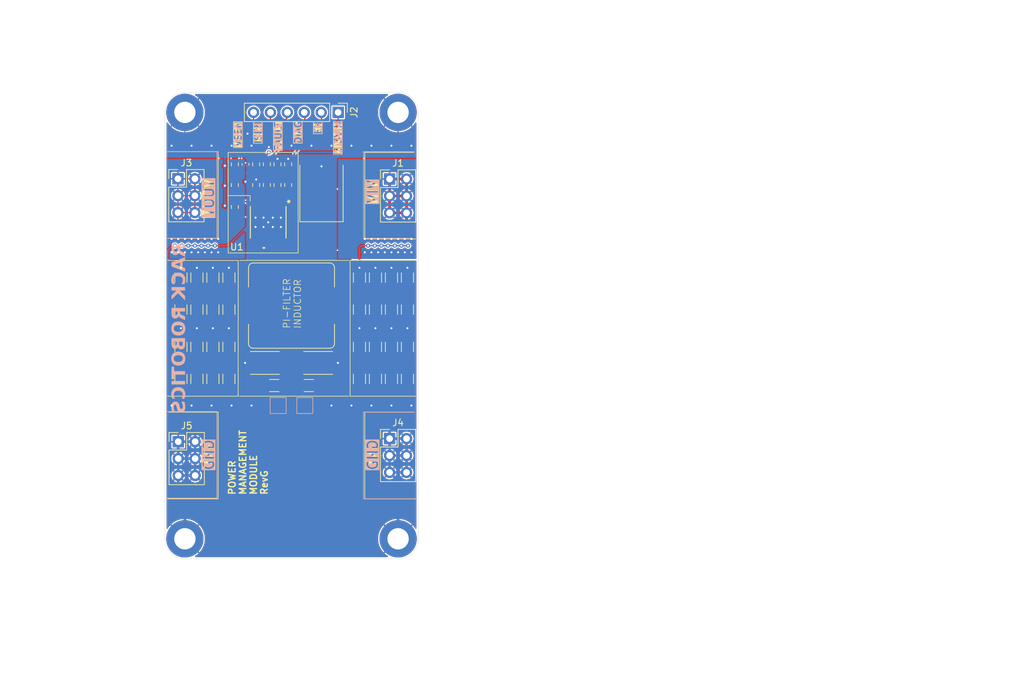
<source format=kicad_pcb>
(kicad_pcb (version 20241229) (generator "pcbnew") (generator_version "9.0")
  (title_block (title "Power Management Module") (date "2025-05-21") (rev "G") (company "Rack Robotics, Inc."))
  (layers (0 "F.Cu" signal) (4 "In1.Cu" power) (6 "In2.Cu" power) (2 "B.Cu" signal) (13 "F.Paste" user) (15 "B.Paste" user) (5 "F.SilkS" user "F.Silkscreen") (7 "B.SilkS" user "B.Silkscreen") (1 "F.Mask" user) (3 "B.Mask" user) (25 "Edge.Cuts" user))
  (net 0 "")
  (net 1 "/FILTER_IN")
  (net 2 "GND")
  (net 3 "+48V")
  (net 4 "Net-(C10-Pad2)")
  (net 5 "+48VIN")
  (net 6 "Net-(U1-EN)")
  (net 7 "Net-(U1-ILIM)")
  (net 8 "Net-(C27-Pad2)")
  (net 9 "Net-(U1-DIAG_EN)")
  (net 10 "Net-(U1-*FAULT)")
  (net 11 "Net-(U1-SNS)")
  (net 14 "+3.3V")
  (net 15 "VSense")
  (net 16 "Net-(J2-Pin_5)")
  (net 17 "Net-(J2-Pin_3)")
  (net 18 "Net-(J2-Pin_2)")
  (net 19 "Net-(J2-Pin_4)")
  (footprint "Fiducial:Fiducial_1mm_Mask2mm" (layer "F.Cu") (at 67 40)
    (property "Reference" "REF**" (hide yes))
    (property "Value" "Fiducial_1mm_Mask2mm")
  )
  (footprint "Capacitor_SMD:C_1206_3216Metric" (layer "F.Cu") (at 44.200001 69.600001 -90)
    (property "Reference" "C28" (hide yes))
    (property "Value" "10 uF")
  )
  (footprint "Capacitor_SMD:C_1206_3216Metric" (layer "F.Cu") (at 73.400001 75.200001 90)
    (property "Reference" "C6" (hide yes))
    (property "Value" "10 uF")
  )
  (footprint "Capacitor_SMD:C_1206_3216Metric" (layer "F.Cu") (at 46.600001 64.800001 90)
    (property "Reference" "C19" (hide yes))
    (property "Value" "10 uF")
  )
  (footprint "MountingHole:MountingHole_3.2mm_M3_DIN965_Pad_TopBottom" (layer "F.Cu") (at 72.000001 40.000001)
    (property "Reference" "H2" (hide yes))
    (property "Value" "M3_DIN")
  )
  (footprint "Capacitor_SMD:C_1206_3216Metric" (layer "F.Cu") (at 71.000001 75.200001 90)
    (property "Reference" "C7" (hide yes))
    (property "Value" "10 uF")
  )
  (footprint "Capacitor_SMD:C_1206_3216Metric" (layer "F.Cu") (at 39.400001 69.600001 -90)
    (property "Reference" "C25" (hide yes))
    (property "Value" "10 uF")
  )
  (footprint "Capacitor_SMD:C_1206_3216Metric" (layer "F.Cu") (at 53.400001 81.000001)
    (property "Reference" "C27" (hide yes))
    (property "Value" "10 uF")
  )
  (footprint "powercore-development:TPS1HTC30-Q1" (layer "F.Cu") (at 52.500001 56.500001 -90)
    (property "Reference" "U1")
    (property "Value" "TPS1HTC30AQPWPRQ1")
  )
  (footprint "Connector_PinHeader_2.54mm:PinHeader_2x03_P2.54mm_Vertical" (layer "F.Cu") (at 39 89.42)
    (property "Reference" "J5")
    (property "Value" "Conn_02x03_Odd_Even")
  )
  (footprint "Capacitor_SMD:C_1206_3216Metric" (layer "F.Cu") (at 68.600001 64.800001 90)
    (property "Reference" "C12" (hide yes))
    (property "Value" "10 uF")
  )
  (footprint "Resistor_SMD:R_0603_1608Metric" (layer "F.Cu") (at 47.5 47.8 -90)
    (property "Reference" "R11" (hide yes))
    (property "Value" "172K")
  )
  (footprint "Capacitor_SMD:C_1206_3216Metric" (layer "F.Cu") (at 41.800001 64.800001 90)
    (property "Reference" "C21" (hide yes))
    (property "Value" "10 uF")
  )
  (footprint "powercore-development:SRP1245A" (layer "F.Cu") (at 56.000001 69 180)
    (property "Reference" "L1" (hide yes))
    (property "Value" "18uH")
  )
  (footprint "Resistor_SMD:R_0603_1608Metric" (layer "F.Cu") (at 47.5 54.2 -90)
    (property "Reference" "R9" (hide yes))
    (property "Value" "0R")
  )
  (footprint "Resistor_SMD:R_0603_1608Metric" (layer "F.Cu") (at 52.3 47.8 -90)
    (property "Reference" "R1" (hide yes))
    (property "Value" "100K")
  )
  (footprint "Capacitor_SMD:C_1206_3216Metric" (layer "F.Cu") (at 44.200001 80.000001 -90)
    (property "Reference" "C30" (hide yes))
    (property "Value" "10 uF")
  )
  (footprint "Fiducial:Fiducial_1mm_Mask2mm" (layer "F.Cu") (at 45 40)
    (property "Reference" "REF**" (hide yes))
    (property "Value" "Fiducial_1mm_Mask2mm")
  )
  (footprint "Capacitor_SMD:C_1206_3216Metric" (layer "F.Cu") (at 71.000001 64.800001 90)
    (property "Reference" "C13" (hide yes))
    (property "Value" "10 uF")
  )
  (footprint "Capacitor_SMD:C_1206_3216Metric" (layer "F.Cu") (at 73.400001 64.800001 90)
    (property "Reference" "C14" (hide yes))
    (property "Value" "10 uF")
  )
  (footprint "Capacitor_SMD:C_1206_3216Metric" (layer "F.Cu") (at 68.600001 80.000001 -90)
    (property "Reference" "C3" (hide yes))
    (property "Value" "10 uF")
  )
  (footprint "Capacitor_SMD:C_1206_3216Metric" (layer "F.Cu") (at 66.200001 75.200001 90)
    (property "Reference" "C9" (hide yes))
    (property "Value" "10 uF")
  )
  (footprint "Capacitor_SMD:C_1206_3216Metric" (layer "F.Cu") (at 73.400001 69.600001 -90)
    (property "Reference" "C15" (hide yes))
    (property "Value" "10 uF")
  )
  (footprint "Capacitor_SMD:C_1206_3216Metric" (layer "F.Cu") (at 46.600001 75.200001 90)
    (property "Reference" "C26" (hide yes))
    (property "Value" "10 uF")
  )
  (footprint "Connector_PinHeader_2.54mm:PinHeader_2x03_P2.54mm_Vertical" (layer "F.Cu") (at 70.725 50)
    (property "Reference" "J1")
    (property "Value" "Conn_02x03_Odd_Even")
  )
  (footprint "Capacitor_SMD:C_1206_3216Metric" (layer "F.Cu") (at 58.600001 81.000001 180)
    (property "Reference" "C10" (hide yes))
    (property "Value" "10 uF")
  )
  (footprint "Capacitor_SMD:C_1206_3216Metric" (layer "F.Cu") (at 66.200001 69.600001 -90)
    (property "Reference" "C18" (hide yes))
    (property "Value" "10 uF")
  )
  (footprint "Connector_PinHeader_2.54mm:PinHeader_2x03_P2.54mm_Vertical" (layer "F.Cu") (at 38.96 49.96)
    (property "Reference" "J3")
    (property "Value" "Conn_02x03_Odd_Even")
  )
  (footprint "Resistor_SMD:R_0603_1608Metric" (layer "F.Cu") (at 53.9 47.8 90)
    (property "Reference" "R7" (hide yes))
    (property "Value" "100K")
  )
  (footprint "Resistor_SMD:R_2512_6332Metric" (layer "F.Cu") (at 60.000001 77.600001)
    (property "Reference" "R10" (hide yes))
    (property "Value" "1R")
  )
  (footprint "Resistor_SMD:R_0603_1608Metric" (layer "F.Cu") (at 47.5 50.9 -90)
    (property "Reference" "R12" (hide yes))
    (property "Value" "10K")
  )
  (footprint "Resistor_SMD:R_2512_6332Metric" (layer "F.Cu") (at 52 77.6 180)
    (property "Reference" "R13" (hide yes))
    (property "Value" "1R")
  )
  (footprint "Capacitor_SMD:C_1206_3216Metric" (layer "F.Cu") (at 39.400001 64.800001 90)
    (property "Reference" "C22" (hide yes))
    (property "Value" "10 uF")
  )
  (footprint "Resistor_SMD:R_0603_1608Metric" (layer "F.Cu") (at 52.300001 50.900001 -90)
    (property "Reference" "R4" (hide yes))
    (property "Value" "2.2K")
  )
  (footprint "Capacitor_SMD:C_1206_3216Metric" (layer "F.Cu") (at 46.600001 69.600001 -90)
    (property "Reference" "C23" (hide yes))
    (property "Value" "10 uF")
  )
  (footprint "Capacitor_SMD:C_1206_3216Metric" (layer "F.Cu") (at 66.200001 80.000001 -90)
    (property "Reference" "C2" (hide yes))
    (property "Value" "10 uF")
  )
  (footprint "Capacitor_SMD:C_1206_3216Metric" (layer "F.Cu") (at 71.000001 69.600001 -90)
    (property "Reference" "C16" (hide yes))
    (property "Value" "10 uF")
  )
  (footprint "Capacitor_SMD:C_0603_1608Metric" (layer "F.Cu") (at 49.1 47.8 -90)
    (property "Reference" "C1" (hide yes))
    (property "Value" "1 uF")
  )
  (footprint "Fiducial:Fiducial_1mm_Mask2mm" (layer "F.Cu") (at 67 104)
    (property "Reference" "REF**" (hide yes))
    (property "Value" "Fiducial_1mm_Mask2mm")
  )
  (footprint "Capacitor_SMD:C_1206_3216Metric" (layer "F.Cu") (at 41.800001 75.200001 90)
    (property "Reference" "C34" (hide yes))
    (property "Value" "10 uF")
  )
  (footprint "Capacitor_SMD:C_1206_3216Metric" (layer "F.Cu") (at 68.600001 75.200001 90)
    (property "Reference" "C8" (hide yes))
    (property "Value" "10 uF")
  )
  (footprint "MountingHole:MountingHole_3.2mm_M3_DIN965_Pad_TopBottom" (layer "F.Cu") (at 40.000001 40.000001)
    (property "Reference" "H4" (hide yes))
    (property "Value" "M3_DIN")
  )
  (footprint "MountingHole:MountingHole_3.2mm_M3_DIN965_Pad_TopBottom" (layer "F.Cu") (at 40.000001 104.000001)
    (property "Reference" "H3" (hide yes))
    (property "Value" "M3_DIN")
  )
  (footprint "Capacitor_SMD:C_1206_3216Metric" (layer "F.Cu") (at 46.600001 80.000001 -90)
    (property "Reference" "C29" (hide yes))
    (property "Value" "10 uF")
  )
  (footprint "Capacitor_SMD:C_1206_3216Metric" (layer "F.Cu") (at 71.000001 80.000001 -90)
    (property "Reference" "C4" (hide yes))
    (property "Value" "10 uF")
  )
  (footprint "Resistor_SMD:R_0603_1608Metric" (layer "F.Cu") (at 53.900001 50.900001 -90)
    (property "Reference" "R3" (hide yes))
    (property "Value" "2.2K")
  )
  (footprint "Resistor_SMD:R_0603_1608Metric" (layer "F.Cu") (at 50.7 47.8 -90)
    (property "Reference" "R5" (hide yes))
    (property "Value" "2.2K")
  )
  (footprint "Capacitor_SMD:C_1206_3216Metric" (layer "F.Cu") (at 66.200001 64.800001 90)
    (property "Reference" "C11" (hide yes))
    (property "Value" "10 uF")
  )
  (footprint "Diode_SMD:D_SMC" (layer "F.Cu") (at 60.500001 51.500001 90)
    (property "Reference" "D1" (hide yes))
    (property "Value" "SMCJ60A-E3/57T")
  )
  (footprint "Resistor_SMD:R_0603_1608Metric" (layer "F.Cu") (at 55.5 47.8 90)
    (property "Reference" "R6" (hide yes))
    (property "Value" "100K")
  )
  (footprint "MountingHole:MountingHole_3.2mm_M3_DIN965_Pad_TopBottom" (layer "F.Cu") (at 72.000001 104.000001)
    (property "Reference" "H1" (hide yes))
    (property "Value" "M3_DIN")
  )
  (footprint "Capacitor_SMD:C_1206_3216Metric" (layer "F.Cu") (at 44.200001 64.800001 90)
    (property "Reference" "C20" (hide yes))
    (property "Value" "10 uF")
  )
  (footprint "Capacitor_SMD:C_1206_3216Metric" (layer "F.Cu") (at 68.600001 69.600001 -90)
    (property "Reference" "C17" (hide yes))
    (property "Value" "10 uF")
  )
  (footprint "Fiducial:Fiducial_1mm_Mask2mm" (layer "F.Cu") (at 45 104)
    (property "Reference" "REF**" (hide yes))
    (property "Value" "Fiducial_1mm_Mask2mm")
  )
  (footprint "Capacitor_SMD:C_1206_3216Metric" (layer "F.Cu") (at 39.400001 75.200001 90)
    (property "Reference" "C33" (hide yes))
    (property "Value" "10 uF")
  )
  (footprint "Capacitor_SMD:C_1206_3216Metric" (layer "F.Cu") (at 41.800001 80.000001 -90)
    (property "Reference" "C31" (hide yes))
    (property "Value" "10 uF")
  )
  (footprint "Resistor_SMD:R_0603_1608Metric" (layer "F.Cu") (at 50.7 50.9 90)
    (property "Reference" "R8" (hide yes))
    (property "Value" "249R")
  )
  (footprint "Capacitor_SMD:C_1206_3216Metric" (layer "F.Cu") (at 41.800001 69.600001 -90)
    (property "Reference" "C24" (hide yes))
    (property "Value" "10 uF")
  )
  (footprint "Capacitor_SMD:C_1206_3216Metric" (layer "F.Cu") (at 73.400001 80.000001 -90)
    (property "Reference" "C5" (hide yes))
    (property "Value" "10 uF")
  )
  (footprint "Connector_PinHeader_2.54mm:PinHeader_1x06_P2.54mm_Vertical" (layer "F.Cu") (at 63 40 -90)
    (property "Reference" "J2")
    (property "Value" "Conn_01x06_Pin")
  )
  (footprint "Capacitor_SMD:C_1206_3216Metric" (layer "F.Cu") (at 44.200001 75.200001 90)
    (property "Reference" "C35" (hide yes))
    (property "Value" "10 uF")
  )
  (footprint "Capacitor_SMD:C_1206_3216Metric" (layer "F.Cu") (at 39.400001 80.000001 -90)
    (property "Reference" "C32" (hide yes))
    (property "Value" "10 uF")
  )
  (footprint "Resistor_SMD:R_0603_1608Metric" (layer "F.Cu") (at 55.500001 50.900001 -90)
    (property "Reference" "R2" (hide yes))
    (property "Value" "2.2K")
  )
  (footprint "Connector_PinHeader_2.54mm:PinHeader_2x03_P2.54mm_Vertical" (layer "F.Cu") (at 70.725 88.96)
    (property "Reference" "J4")
    (property "Value" "Conn_02x03_Odd_Even")
  )
  (gr_line (start 48.000001 82.600001) (end 37.400001 82.600001) (stroke (width 0.1)) (layer "F.SilkS"))
  (gr_line (start 49.8 52.5) (end 49.8 53.3) (stroke (width 0.1)) (layer "F.SilkS"))
  (gr_rect (start 46.5 46) (end 57 61.1) (stroke (width 0.1)) (fill no) (layer "F.SilkS"))
  (gr_line (start 46.5 52.5) (end 49.8 52.5) (stroke (width 0.1)) (layer "F.SilkS"))
  (gr_line (start 37.6 45.9) (end 45 45.9) (stroke (width 0.1)) (layer "F.SilkS"))
  (gr_line (start 37.4 58.9) (end 45 58.9) (stroke (width 0.1)) (layer "F.SilkS"))
  (gr_line (start 74.4 46) (end 67 46) (stroke (width 0.1)) (layer "F.SilkS"))
  (gr_line (start 74.4 85) (end 67 85) (stroke (width 0.1)) (layer "F.SilkS"))
  (gr_line (start 74.600001 82.600001) (end 64.800001 82.600001) (stroke (width 0.1)) (layer "F.SilkS"))
  (gr_line (start 37.6 85) (end 45 85) (stroke (width 0.1)) (layer "F.SilkS"))
  (gr_line (start 37.400001 62.200001) (end 48.000001 62.200001) (stroke (width 0.1)) (layer "F.SilkS"))
  (gr_line (start 64.800001 82.600001) (end 64.800001 62.200001) (stroke (width 0.1)) (layer "F.SilkS"))
  (gr_line (start 37.4 98) (end 45 98) (stroke (width 0.1)) (layer "F.SilkS"))
  (gr_line (start 64.600001 82.600001) (end 48.200001 82.600001) (stroke (width 0.1)) (layer "F.SilkS"))
  (gr_line (start 67 59) (end 67 46) (stroke (width 0.1)) (layer "F.SilkS"))
  (gr_line (start 45 98) (end 45 85) (stroke (width 0.1)) (layer "F.SilkS"))
  (gr_line (start 48.200001 62.200001) (end 64.600001 62.200001) (stroke (width 0.1)) (layer "F.SilkS"))
  (gr_line (start 48.000001 62.200001) (end 48.000001 82.600001) (stroke (width 0.1)) (layer "F.SilkS"))
  (gr_line (start 64.800001 62.200001) (end 74.600001 62.200001) (stroke (width 0.1)) (layer "F.SilkS"))
  (gr_line (start 45 58.9) (end 45 45.9) (stroke (width 0.1)) (layer "F.SilkS"))
  (gr_line (start 67 98) (end 67 85) (stroke (width 0.1)) (layer "F.SilkS"))
  (gr_line (start 74.6 59) (end 67 59) (stroke (width 0.1)) (layer "F.SilkS"))
  (gr_line (start 74.6 98) (end 67 98) (stroke (width 0.1)) (layer "F.SilkS"))
  (gr_line (start 66.8 85) (end 66.8 98) (stroke (width 0.1)) (layer "B.SilkS"))
  (gr_rect (start 56.8 82.8) (end 59.2 85.2) (stroke (width 0.1)) (fill no) (layer "B.SilkS"))
  (gr_line (start 74.4 85) (end 66.8 85) (stroke (width 0.1)) (layer "B.SilkS"))
  (gr_line (start 37.4 58.9) (end 44.8 58.9) (stroke (width 0.1)) (layer "B.SilkS"))
  (gr_line (start 74.2 98) (end 66.8 98) (stroke (width 0.1)) (layer "B.SilkS"))
  (gr_line (start 74.4 45.9) (end 66.8 45.9) (stroke (width 0.1)) (layer "B.SilkS"))
  (gr_line (start 44.8 45.9) (end 44.8 58.9) (stroke (width 0.1)) (layer "B.SilkS"))
  (gr_rect (start 52.8 82.8) (end 55.2 85.2) (stroke (width 0.1)) (fill no) (layer "B.SilkS"))
  (gr_line (start 74.2 58.9) (end 66.8 58.9) (stroke (width 0.1)) (layer "B.SilkS"))
  (gr_line (start 37.4 97.9) (end 44.8 97.9) (stroke (width 0.1)) (layer "B.SilkS"))
  (gr_line (start 66.8 45.9) (end 66.8 58.9) (stroke (width 0.1)) (layer "B.SilkS"))
  (gr_line (start 44.8 84.9) (end 44.8 97.9) (stroke (width 0.1)) (layer "B.SilkS"))
  (gr_line (start 37.2 45.9) (end 44.8 45.9) (stroke (width 0.1)) (layer "B.SilkS"))
  (gr_line (start 37.2 84.9) (end 44.8 84.9) (stroke (width 0.1)) (layer "B.SilkS"))
  (gr_arc (start 72 37) (mid 74.12132 37.87868) (end 75 40) (stroke (width 0.05)) (layer "Edge.Cuts"))
  (gr_line (start 72 37) (end 40 37) (stroke (width 0.05)) (layer "Edge.Cuts"))
  (gr_arc (start 75 104) (mid 74.12132 106.12132) (end 72 107) (stroke (width 0.05)) (layer "Edge.Cuts"))
  (gr_arc (start 40 107) (mid 37.87868 106.12132) (end 37 104) (stroke (width 0.05)) (layer "Edge.Cuts"))
  (gr_arc (start 37 40) (mid 37.87868 37.87868) (end 40 37) (stroke (width 0.05)) (layer "Edge.Cuts"))
  (gr_line (start 37 104) (end 37 40) (stroke (width 0.05)) (layer "Edge.Cuts"))
  (gr_line (start 72 107) (end 40 107) (stroke (width 0.05)) (layer "Edge.Cuts"))
  (gr_line (start 75 40) (end 75 104) (stroke (width 0.05)) (layer "Edge.Cuts"))
  (gr_text "3.3VIN" (at 63 41.2 90) (layer "F.SilkS" knockout) (effects (font (size 1 1) (thickness 0.2) (bold yes)) (justify right)))
  (gr_text "VIN" (at 68.2 51.8 90) (layer "F.SilkS" knockout) (effects (font (size 1.5 1.5) (thickness 0.25) (bold yes))))
  (gr_text "POWER\nMANAGEMENT\nMODULE\nRevG" (at 46.5 97.5 90) (layer "F.SilkS") (effects (font (size 1 1) (thickness 0.2) (bold yes)) (justify left top)))
  (gr_text "DIAG" (at 57.000001 41.200001 90) (layer "F.SilkS" knockout) (effects (font (size 1 1) (thickness 0.2) (bold yes)) (justify right)))
  (gr_text "ISEN" (at 51.000001 41.200001 90) (layer "F.SilkS" knockout) (effects (font (size 1 1) (thickness 0.2) (bold yes)) (justify right)))
  (gr_text "PI-FILTER\nINDUCTOR" (at 57.5 72.5 90) (layer "F.SilkS") (effects (font (size 1 1) (thickness 0.1)) (justify left bottom)))
  (gr_text "VOUT" (at 43.6 52.9 90) (layer "F.SilkS" knockout) (effects (font (size 1.5 1.5) (thickness 0.25) (bold yes))))
  (gr_text "FAULT" (at 54.000001 43.6 90) (layer "F.SilkS" knockout) (effects (font (size 1 1) (thickness 0.2) (bold yes))))
  (gr_text "GND" (at 43.6 91.4 90) (layer "F.SilkS" knockout) (effects (font (size 1.5 1.5) (thickness 0.25) (bold yes))))
  (gr_text "GND" (at 68.2 91.4 90) (layer "F.SilkS" knockout) (effects (font (size 1.5 1.5) (thickness 0.25) (bold yes))))
  (gr_text "VSEN" (at 48.000001 41.200001 90) (layer "F.SilkS" knockout) (effects (font (size 1 1) (thickness 0.2) (bold yes)) (justify right)))
  (gr_text "EN" (at 60.000001 41.200001 90) (layer "F.SilkS" knockout) (effects (font (size 1 1) (thickness 0.2) (bold yes)) (justify right)))
  (gr_text "VOUT" (at 43.6 52.8 90) (layer "B.SilkS" knockout) (effects (font (size 1.5 1.5) (thickness 0.25) (bold yes)) (justify mirror)))
  (gr_text "VSEN" (at 48.000001 43.5 90) (layer "B.SilkS" knockout) (effects (font (size 1 1) (thickness 0.2) (bold yes)) (justify mirror)))
  (gr_text "VIN" (at 68.2 52 90) (layer "B.SilkS" knockout) (effects (font (size 1.5 1.5) (thickness 0.25) (bold yes)) (justify mirror)))
  (gr_text "ISEN" (at 51.000001 41.200001 90) (layer "B.SilkS" knockout) (effects (font (size 1 1) (thickness 0.2) (bold yes)) (justify left mirror)))
  (gr_text "FAULT" (at 54.000001 41.200001 90) (layer "B.SilkS" knockout) (effects (font (size 1 1) (thickness 0.2) (bold yes)) (justify left mirror)))
  (gr_text "GND" (at 68.2 91.4 90) (layer "B.SilkS" knockout) (effects (font (size 1.5 1.5) (thickness 0.25) (bold yes)) (justify mirror)))
  (gr_text "3.3VIN" (at 63 44 90) (layer "B.SilkS" knockout) (effects (font (size 1 1) (thickness 0.2) (bold yes)) (justify mirror)))
  (gr_text "EN" (at 60.000001 41.200001 90) (layer "B.SilkS" knockout) (effects (font (size 1 1) (thickness 0.2) (bold yes)) (justify left mirror)))
  (gr_text "RACK ROBOTICS" (at 39.2 72.4 90) (layer "B.SilkS") (effects (font (size 2 2) (thickness 0.4) (bold yes)) (justify mirror)))
  (gr_text "DIAG" (at 57.000001 41.200001 90) (layer "B.SilkS" knockout) (effects (font (size 1 1) (thickness 0.2) (bold yes)) (justify left mirror)))
  (gr_text "GND" (at 43.6 91.4 90) (layer "B.SilkS" knockout) (effects (font (size 1.5 1.5) (thickness 0.25) (bold yes)) (justify mirror)))
  (segment (start 63.4 73.875) (end 66.200001 76.675001) (width 0.8) (layer "F.Cu") (net 1))
  (segment (start 63.4 70) (end 63.4 73.875) (width 0.8) (layer "F.Cu") (net 1))
  (segment (start 73.400001 76.675001) (end 73.400001 78.525001) (width 0.4) (layer "F.Cu") (net 1))
  (segment (start 59.249999 68) (end 51.85 60.600001) (width 0.8) (layer "F.Cu") (net 1))
  (segment (start 61.25 68) (end 59.249999 68) (width 0.8) (layer "F.Cu") (net 1))
  (segment (start 60.075001 81.000001) (end 63.800001 81.000001) (width 0.4) (layer "F.Cu") (net 1))
  (segment (start 68.600001 66.275001) (end 68.600001 68.125001) (width 0.4) (layer "F.Cu") (net 1))
  (segment (start 61.55 68) (end 63.4 68) (width 0.8) (layer "F.Cu") (net 1))
  (segment (start 50.55 60.600001) (end 51.85 60.600001) (width 0.4) (layer "F.Cu") (net 1))
  (segment (start 51.85 59.370201) (end 51.85 60.600001) (width 0.4) (layer "F.Cu") (net 1))
  (segment (start 61.25 70) (end 59.4 70) (width 0.8) (layer "F.Cu") (net 1))
  (segment (start 71.000001 76.675001) (end 73.400001 76.675001) (width 0.4) (layer "F.Cu") (net 1))
  (segment (start 64.150001 80.575001) (end 64.150001 80.650001) (width 0.4) (layer "F.Cu") (net 1))
  (segment (start 68.600001 76.675001) (end 68.600001 78.525001) (width 0.4) (layer "F.Cu") (net 1))
  (segment (start 61.55 70) (end 63.4 70) (width 0.8) (layer "F.Cu") (net 1))
  (segment (start 63.800001 81.000001) (end 64.150001 80.650001) (width 0.4) (layer "F.Cu") (net 1))
  (segment (start 61.250001 69.000001) (end 59.400001 69.000001) (width 0.8) (layer "F.Cu") (net 1))
  (segment (start 66.200001 66.275001) (end 73.400001 66.275001) (width 0.4) (layer "F.Cu") (net 1))
  (segment (start 50.55 59.370201) (end 50.55 60.600001) (width 0.4) (layer "F.Cu") (net 1))
  (segment (start 66.200001 66.275001) (end 66.200001 68.125001) (width 0.4) (layer "F.Cu") (net 1))
  (segment (start 63.4 68) (end 63.525001 68.125001) (width 0.8) (layer "F.Cu") (net 1))
  (segment (start 66.200001 78.525001) (end 64.150001 80.575001) (width 0.4) (layer "F.Cu") (net 1))
  (segment (start 71.000001 76.675001) (end 71.000001 78.525001) (width 0.4) (layer "F.Cu") (net 1))
  (segment (start 51.200001 59.370201) (end 51.200001 60.600001) (width 0.4) (layer "F.Cu") (net 1))
  (segment (start 71.000001 66.275001) (end 71.000001 68.125001) (width 0.4) (layer "F.Cu") (net 1))
  (segment (start 64.150001 80.650001) (end 64.200001 80.600001) (width 0.4) (layer "F.Cu") (net 1))
  (segment (start 61.550001 69.000001) (end 63.400001 69.000001) (width 0.8) (layer "F.Cu") (net 1))
  (segment (start 66.200001 76.675001) (end 66.200001 78.525001) (width 0.4) (layer "F.Cu") (net 1))
  (segment (start 66.200001 76.675001) (end 68.600001 76.675001) (width 0.4) (layer "F.Cu") (net 1))
  (segment (start 63.525001 68.125001) (end 66.200001 68.125001) (width 0.8) (layer "F.Cu") (net 1))
  (segment (start 73.400001 66.275001) (end 73.400001 68.125001) (width 0.4) (layer "F.Cu") (net 1))
  (segment (start 68.600001 76.675001) (end 71.000001 76.675001) (width 0.4) (layer "F.Cu") (net 1))
  (segment (start 65 45) (end 62 45) (width 0.4) (layer "F.Cu") (net 2))
  (segment (start 47.5 55) (end 47.475 55.025) (width 0.16) (layer "F.Cu") (net 2))
  (segment (start 44.200001 81.437501) (end 44.199999 81.437499) (width 0.16) (layer "F.Cu") (net 2))
  (segment (start 71.000001 72.400001) (end 71.000001 71.075001) (width 0.4) (layer "F.Cu") (net 2))
  (segment (start 68 83.200002) (end 68 84) (width 0.4) (layer "F.Cu") (net 2))
  (segment (start 66.200001 82.799999) (end 65 84) (width 0.4) (layer "F.Cu") (net 2))
  (segment (start 41.800001 73.725001) (end 41.800001 72.400001) (width 0.4) (layer "F.Cu") (net 2))
  (segment (start 68.600001 73.725001) (end 68.600001 72.400001) (width 0.4) (layer "F.Cu") (net 2))
  (segment (start 46.600001 73.725001) (end 46.600001 72.400001) (width 0.4) (layer "F.Cu") (net 2))
  (segment (start 39.400001 72.400001) (end 39.400001 71.075001) (width 0.4) (layer "F.Cu") (net 2))
  (segment (start 50.6 55.8) (end 49.825 55.025) (width 0.16) (layer "F.Cu") (net 2))
  (segment (start 41.8 81.475) (end 41.8 83.2) (width 0.4) (layer "F.Cu") (net 2))
  (segment (start 66.200001 63.325001) (end 73.400001 63.325001) (width 0.16) (layer "F.Cu") (net 2))
  (segment (start 58.0775 48) (end 59.5225 48) (width 0.4) (layer "F.Cu") (net 2))
  (segment (start 66.200001 72.400001) (end 66.200001 71.075001) (width 0.4) (layer "F.Cu") (net 2))
  (segment (start 49.825 55.025) (end 47.5 55.025) (width 0.16) (layer "F.Cu") (net 2))
  (segment (start 68.600001 82.600001) (end 68.600001 81.475001) (width 0.4) (layer "F.Cu") (net 2))
  (segment (start 44.199999 81.437499) (end 44.199999 83.800001) (width 0.4) (layer "F.Cu") (net 2))
  (segment (start 68.600001 71.075001) (end 71.000001 71.075001) (width 0.4) (layer "F.Cu") (net 2))
  (segment (start 38 83.999999) (end 38 84) (width 0.4) (layer "F.Cu") (net 2))
  (segment (start 59 45) (end 59.5225 45) (width 0.16) (layer "F.Cu") (net 2))
  (segment (start 60.4 47.3225) (end 60.4 45.8775) (width 0.4) (layer "F.Cu") (net 2))
  (segment (start 47.475 55.025) (end 47.025 55.025) (width 0.16) (layer "F.Cu") (net 2))
  (segment (start 46.600001 72.400001) (end 46.600001 71.075001) (width 0.4) (layer "F.Cu") (net 2))
  (segment (start 44.200001 81.475001) (end 44.200001 81.437501) (width 0.16) (layer "F.Cu") (net 2))
  (segment (start 51.8 57.2) (end 50.6 57.2) (width 0.16) (layer "F.Cu") (net 2))
  (segment (start 71.000001 71.075001) (end 73.400001 71.075001) (width 0.4) (layer "F.Cu") (net 2))
  (segment (start 47.5 55.025) (end 47.5 55) (width 0.16) (layer "F.Cu") (net 2))
  (segment (start 54.4 55.8) (end 54.450002 55.749998) (width 0.16) (layer "F.Cu") (net 2))
  (segment (start 65 45) (end 74 45) (width 0.4) (layer "F.Cu") (net 2))
  (segment (start 44.200001 72.400001) (end 44.200001 71.075001) (width 0.4) (layer "F.Cu") (net 2))
  (segment (start 55.5 46) (end 55.5 46.975) (width 0.16) (layer "F.Cu") (net 2))
  (segment (start 44.200001 81.475001) (end 46.600001 81.475001) (width 0.4) (layer "F.Cu") (net 2))
  (segment (start 56 45) (end 56 45.5) (width 0.16) (layer "F.Cu") (net 2))
  (segment (start 65 46) (end 65 45) (width 0.4) (layer "F.Cu") (net 2))
  (segment (start 50.6 55.8) (end 51.8 55.8) (width 0.16) (layer "F.Cu") (net 2))
  (segment (start 46.6 81.475) (end 46.6 82.6) (width 0.4) (layer "F.Cu") (net 2))
  (segment (start 39.4 82.599999) (end 38 83.999999) (width 0.4) (layer "F.Cu") (net 2))
  (segment (start 49.1 50.4) (end 47.775 51.725) (width 0.16) (layer "F.Cu") (net 2))
  (segment (start 61.4775 48) (end 63 48) (width 0.4) (layer "F.Cu") (net 2))
  (segment (start 66.200001 81.475001) (end 66.200001 82.799999) (width 0.4) (layer "F.Cu") (net 2))
  (segment (start 73.400001 72.400001) (end 73.400001 71.075001) (width 0.4) (layer "F.Cu") (net 2))
  (segment (start 49.0375 77.6) (end 49.037501 77.600001) (width 0.16) (layer "F.Cu") (net 2))
  (segment (start 54.4 57.2) (end 53.2 57.2) (width 0.16) (layer "F.Cu") (net 2))
  (segment (start 71.000001 73.725001) (end 71.000001 72.400001) (width 0.4) (layer "F.Cu") (net 2))
  (segment (start 56 45.5) (end 55.5 46) (width 0.16) (layer "F.Cu") (net 2))
  (segment (start 71 44) (end 72.000001 42.999999) (width 0.16) (layer "F.Cu") (net 2))
  (segment (start 41.8 83.2) (end 41 84) (width 0.4) (layer "F.Cu") (net 2))
  (segment (start 73.400001 73.725001) (end 73.400001 72.400001) (width 0.4) (layer "F.Cu") (net 2))
  (segment (start 53.2 55.8) (end 54.4 55.8) (width 0.16) (layer "F.Cu") (net 2))
  (segment (start 66.200001 73.725001) (end 66.200001 72.400001) (width 0.4) (layer "F.Cu") (net 2))
  (segment (start 54.450002 55.749998) (end 54.450002 53.629801) (width 0.16) (layer "F.Cu") (net 2))
  (segment (start 73.400001 81.475001) (end 73.400001 83.400001) (width 0.4) (layer "F.Cu") (net 2))
  (segment (start 47 83) (end 47 84) (width 0.4) (layer "F.Cu") (net 2))
  (segment (start 39.400001 73.725001) (end 39.400001 72.400001) (width 0.4) (layer "F.Cu") (net 2))
  (segment (start 49.1 48.575) (end 49.1 50.4) (width 0.16) (layer "F.Cu") (net 2))
  (segment (start 47.5 51.725) (end 46.725 51.725) (width 0.16) (layer "F.Cu") (net 2))
  (segment (start 47.775 51.725) (end 47.5 51.725) (width 0.16) (layer "F.Cu") (net 2))
  (segment (start 39.4 82.599999) (end 39.4 81.475) (width 0.4) (layer "F.Cu") (net 2))
  (segment (start 71 81.4375) (end 71 84) (width 0.4) (layer "F.Cu") (net 2))
  (segment (start 46.6 82.6) (end 47 83) (width 0.4) (layer "F.Cu") (net 2))
  (segment (start 44.200001 73.725001) (end 44.200001 72.400001) (width 0.4) (layer "F.Cu") (net 2))
  (segment (start 68.600001 72.400001) (end 68.600001 71.075001) (width 0.4) (layer "F.Cu") (net 2))
  (segment (start 66.200001 71.075001) (end 68.600001 71.075001) (width 0.4) (layer "F.Cu") (net 2))
  (segment (start 47.025 55.025) (end 46 54) (width 0.16) (layer "F.Cu") (net 2))
  (segment (start 63 48) (end 65 46) (width 0.4) (layer "F.Cu") (net 2))
  (segment (start 71 45) (end 71 44) (width 0.16) (layer "F.Cu") (net 2))
  (segment (start 41.800001 72.400001) (end 41.800001 71.075001) (width 0.4) (layer "F.Cu") (net 2))
  (segment (start 46.725 51.725) (end 46 51) (width 0.16) (layer "F.Cu") (net 2))
  (segment (start 44.199999 83.800001) (end 44 84) (width 0.4) (layer "F.Cu") (net 2))
  (segment (start 68.600001 82.600001) (end 68 83.200002) (width 0.4) (layer "F.Cu") (net 2))
  (segment (start 59 45) (end 62 45) (width 0.16) (layer "F.Cu") (net 2))
  (segment (start 73.400001 83.400001) (end 74 84) (width 0.4) (layer "F.Cu") (net 2))
  (segment (start 72.000001 42.999999) (end 72.000001 40.000001) (width 0.16) (layer "F.Cu") (net 2))
  (via (at 50.7 50.075) (size 0.6) (drill 0.3) (layers "F.Cu" "B.Cu") (net 2))
  (via (at 44 84) (size 0.6) (drill 0.3) (layers "F.Cu" "B.Cu") (net 2))
  (via (at 46 48) (size 0.6) (drill 0.3) (layers "F.Cu" "B.Cu") (net 2))
  (via (at 38 84) (size 0.6) (drill 0.3) (layers "F.Cu" "B.Cu") (net 2))
  (via (at 39.400001 63.325001) (size 0.6) (drill 0.3) (layers "F.Cu" "B.Cu") (net 2))
  (via (at 59 45) (size 0.6) (drill 0.3) (layers "F.Cu" "B.Cu") (net 2))
  (via (at 44.200001 72.400001) (size 0.6) (drill 0.3) (layers "F.Cu" "B.Cu") (net 2))
  (via (at 62 45) (size 0.6) (drill 0.3) (layers "F.Cu" "B.Cu") (net 2))
  (via (at 52.500001 56.500001) (size 0.6) (drill 0.3) (layers "F.Cu" "B.Cu") (net 2))
  (via (at 49.037501 77.600001) (size 0.6) (drill 0.3) (layers "F.Cu" "B.Cu") (net 2))
  (via (at 51.8 57.2) (size 0.6) (drill 0.3) (layers "F.Cu" "B.Cu") (net 2))
  (via (at 72.5 60) (size 0.6) (drill 0.3) (layers "F.Cu" "B.Cu") (net 2))
  (via (at 38.5 60) (size 0.6) (drill 0.3) (layers "F.Cu" "B.Cu") (net 2))
  (via (at 53.9 46.975) (size 0.6) (drill 0.3) (layers "F.Cu" "B.Cu") (net 2))
  (via (at 60.500001 48.100001) (size 0.6) (drill 0.3) (layers "F.Cu" "B.Cu") (net 2))
  (via (at 41.5 60) (size 0.6) (drill 0.3) (layers "F.Cu" "B.Cu") (net 2))
  (via (at 44 45) (size 0.6) (drill 0.3) (layers "F.Cu" "B.Cu") (net 2))
  (via (at 52.6 45.199997) (size 0.6) (drill 0.3) (layers "F.Cu" "B.Cu") (net 2))
  (via (at 65 45) (size 0.6) (drill 0.3) (layers "F.Cu" "B.Cu") (net 2))
  (via (at 49.1 50.4) (size 0.6) (drill 0.3) (layers "F.Cu" "B.Cu") (net 2))
  (via (at 41.800001 72.400001) (size 0.6) (drill 0.3) (layers "F.Cu" "B.Cu") (net 2))
  (via (at 41 45) (size 0.6) (drill 0.3) (layers "F.Cu" "B.Cu") (net 2))
  (via (at 38 45) (size 0.6) (drill 0.3) (layers "F.Cu" "B.Cu") (net 2))
  (via (at 47 84) (size 0.6) (drill 0.3) (layers "F.Cu" "B.Cu") (net 2))
  (via (at 68.5 60) (size 0.6) (drill 0.3) (layers "F.Cu" "B.Cu") (net 2))
  (via (at 50 45) (size 0.6) (drill 0.3) (layers "F.Cu" "B.Cu") (net 2))
  (via (at 71 84) (size 0.6) (drill 0.3) (layers "F.Cu" "B.Cu") (net 2))
  (via (at 41.800001 63.325001) (size 0.6) (drill 0.3) (layers "F.Cu" "B.Cu") (net 2))
  (via (at 50.6 57.2) (size 0.6) (drill 0.3) (layers "F.Cu" "B.Cu") (net 2))
  (via (at 46 54) (size 0.6) (drill 0.3) (layers "F.Cu" "B.Cu") (net 2))
  (via (at 53.2 57.2) (size 0.6) (drill 0.3) (layers "F.Cu" "B.Cu") (net 2))
  (via (at 73.5 60) (size 0.6) (drill 0.3) (layers "F.Cu" "B.Cu") (net 2))
  (via (at 53.2 55.8) (size 0.6) (drill 0.3) (layers "F.Cu" "B.Cu") (net 2))
  (via (at 74 45) (size 0.6) (drill 0.3) (layers "F.Cu" "B.Cu") (net 2))
  (via (at 73.400001 63.325001) (size 0.6) (drill 0.3) (layers "F.Cu" "B.Cu") (net 2))
  (via (at 71.000001 72.400001) (size 0.6) (drill 0.3) (layers "F.Cu" "B.Cu") (net 2))
  (via (at 73.400001 72.400001) (size 0.6) (drill 0.3) (layers "F.Cu" "B.Cu") (net 2))
  (via (at 68.600001 63.325001) (size 0.6) (drill 0.3) (layers "F.Cu" "B.Cu") (net 2))
  (via (at 66.200001 63.325001) (size 0.6) (drill 0.3) (layers "F.Cu" "B.Cu") (net 2))
  (via (at 69.5 60) (size 0.6) (drill 0.3) (layers "F.Cu" "B.Cu") (net 2))
  (via (at 68 84) (size 0.6) (drill 0.3) (layers "F.Cu" "B.Cu") (net 2))
  (via (at 54.4 55.8) (size 0.6) (drill 0.3) (layers "F.Cu" "B.Cu") (net 2))
  (via (at 46.600001 72.400001) (size 0.6) (drill 0.3) (layers "F.Cu" "B.Cu") (net 2))
  (via (at 41 84) (size 0.6) (drill 0.3) (layers "F.Cu" "B.Cu") (net 2))
  (via (at 71 45) (size 0.6) (drill 0.3) (layers "F.Cu" "B.Cu") (net 2))
  (via (at 47 45) (size 0.6) (drill 0.3) (layers "F.Cu" "B.Cu") (net 2))
  (via (at 67.5 60) (size 0.6) (drill 0.3) (layers "F.Cu" "B.Cu") (net 2))
  (via (at 39.400001 72.400001) (size 0.6) (drill 0.3) (layers "F.Cu" "B.Cu") (net 2))
  (via (at 71.000001 63.325001) (size 0.6) (drill 0.3) (layers "F.Cu" "B.Cu") (net 2))
  (via (at 42.5 60) (size 0.6) (drill 0.3) (layers "F.Cu" "B.Cu") (net 2))
  (via (at 50.6 55.8) (size 0.6) (drill 0.3) (layers "F.Cu" "B.Cu") (net 2))
  (via (at 56 45) (size 0.6) (drill 0.3) (layers "F.Cu" "B.Cu") (net 2))
  (via (at 74 84) (size 0.6) (drill 0.3) (layers "F.Cu" "B.Cu") (net 2))
  (via (at 50 84) (size 0.6) (drill 0.3) (layers "F.Cu" "B.Cu") (net 2))
  (via (at 65 84) (size 0.6) (drill 0.3) (layers "F.Cu" "B.Cu") (net 2))
  (via (at 44.200001 63.325001) (size 0.6) (drill 0.3) (layers "F.Cu" "B.Cu") (net 2))
  (via (at 68 45) (size 0.6) (drill 0.3) (layers "F.Cu" "B.Cu") (net 2))
  (via (at 68.600001 72.400001) (size 0.6) (drill 0.3) (layers "F.Cu" "B.Cu") (net 2))
  (via (at 70.5 60) (size 0.6) (drill 0.3) (layers "F.Cu" "B.Cu") (net 2))
  (via (at 66.200001 72.400001) (size 0.6) (drill 0.3) (layers "F.Cu" "B.Cu") (net 2))
  (via (at 55.5 46.975) (size 0.6) (drill 0.3) (layers "F.Cu" "B.Cu") (net 2))
  (via (at 46.600001 63.325001) (size 0.6) (drill 0.3) (layers "F.Cu" "B.Cu") (net 2))
  (via (at 62.962501 77.600001) (size 0.6) (drill 0.3) (layers "F.Cu" "B.Cu") (net 2))
  (via (at 62 84) (size 0.6) (drill 0.3) (layers "F.Cu" "B.Cu") (net 2))
  (via (at 43.5 60) (size 0.6) (drill 0.3) (layers "F.Cu" "B.Cu") (net 2))
  (via (at 46 51) (size 0.6) (drill 0.3) (layers "F.Cu" "B.Cu") (net 2))
  (via (at 40.5 60) (size 0.6) (drill 0.3) (layers "F.Cu" "B.Cu") (net 2))
  (via (at 51.8 55.8) (size 0.6) (drill 0.3) (layers "F.Cu" "B.Cu") (net 2))
  (via (at 71.5 60) (size 0.6) (drill 0.3) (layers "F.Cu" "B.Cu") (net 2))
  (via (at 49.4 43.2) (size 0.6) (drill 0.3) (layers "F.Cu" "B.Cu") (net 2))
  (via (at 39.5 60) (size 0.6) (drill 0.3) (layers "F.Cu" "B.Cu") (net 2))
  (via (at 44.5 60) (size 0.6) (drill 0.3) (layers "F.Cu" "B.Cu") (net 2))
  (via (at 54.4 57.2) (size 0.6) (drill 0.3) (layers "F.Cu" "B.Cu") (net 2))
  (segment (start 49.037501 77.537501) (end 49 77.5) (width 0.16) (layer "B.Cu") (net 2))
  (segment (start 73.265 94.04) (end 70.725 94.04) (width 0.4) (layer "B.Cu") (net 2))
  (segment (start 39.5 60) (end 38.178341 60) (width 0.16) (layer "B.Cu") (net 2))
  (segment (start 41 45) (end 38 45) (width 0.16) (layer "B.Cu") (net 2))
  (segment (start 38.825001 63.325001) (end 39.400001 63.325001) (width 0.16) (layer "B.Cu") (net 2))
  (segment (start 38.5 60) (end 39.5 60) (width 0.16) (layer "B.Cu") (net 2))
  (segment (start 39 96) (end 40 97) (width 0.4) (layer "B.Cu") (net 2))
  (segment (start 39 94.5) (end 39 96) (width 0.4) (layer "B.Cu") (net 2))
  (segment (start 42.5 60) (end 43.5 60) (width 0.16) (layer "B.Cu") (net 2))
  (segment (start 41.800001 63.325001) (end 44.200001 63.325001) (width 0.16) (layer "B.Cu") (net 2))
  (segment (start 44 84) (end 41 84) (width 0.4) (layer "B.Cu") (net 2))
  (segment (start 41.54 89.42) (end 39 89.42) (width 0.4) (layer "B.Cu") (net 2))
  (segment (start 40.000001 43.500001) (end 40.000001 40.000001) (width 0.16) (layer "B.Cu") (net 2))
  (segment (start 41.54 91.96) (end 41.5 92) (width 0.16) (layer "B.Cu") (net 2))
  (segment (start 68 84) (end 65 84) (width 0.4) (layer "B.Cu") (net 2))
  (segment (start 37.419 61.919) (end 38.825001 63.325001) (width 0.16) (layer "B.Cu") (net 2))
  (segment (start 39 89.42) (end 39 94.5) (width 0.4) (layer "B.Cu") (net 2))
  (segment (start 50 78.5625) (end 49.037501 77.600001) (width 0.4) (layer "B.Cu") (net 2))
  (segment (start 50.575 50.075) (end 50.5 50) (width 0.16) (layer "B.Cu") (net 2))
  (segment (start 41 84) (end 41.54 84.54) (width 0.4) (layer "B.Cu") (net 2))
  (segment (start 40 97) (end 40.000001 104.000001) (width 0.4) (layer "B.Cu") (net 2))
  (segment (start 44.200001 72.400001) (end 46.600001 72.400001) (width 0.4) (layer "B.Cu") (net 2))
  (segment (start 46 48) (end 46 45.5) (width 0.16) (layer "B.Cu") (net 2))
  (segment (start 55.800003 45.199997) (end 56 45) (width 0.16) (layer "B.Cu") (net 2))
  (segment (start 39 72) (end 38.5 72) (width 0.4) (layer "B.Cu") (net 2))
  (segment (start 38 64.725002) (end 39.400001 63.325001) (width 0.4) (layer "B.Cu") (net 2))
  (segment (start 50.5 76.137502) (end 50.5 73) (width 0.4) (layer "B.Cu") (net 2))
  (segment (start 41.5 60) (end 42.5 60) (width 0.16) (layer "B.Cu") (net 2))
  (segment (start 40.5 60) (end 41.5 60) (width 0.16) (layer "B.Cu") (net 2))
  (segment (start 41.54 91.96) (end 39 91.96) (width 0.4) (layer "B.Cu") (net 2))
  (segment (start 50.5 73) (end 49.900001 72.400001) (width 0.4) (layer "B.Cu") (net 2))
  (segment (start 41.54 94.5) (end 39 94.5) (width 0.4) (layer "B.Cu") (net 2))
  (segment (start 46 45.5) (end 46.5 45) (width 0.16) (layer "B.Cu") (net 2))
  (segment (start 52.6 45.199997) (end 55.800003 45.199997) (width 0.16) (layer "B.Cu") (net 2))
  (segment (start 44.200001 63.325001) (end 46.600001 63.325001) (width 0.16) (layer "B.Cu") (net 2))
  (segment (start 62.962501 75.637501) (end 62.962501 77.600001) (width 0.4) (layer "B.Cu") (net 2))
  (segment (start 50.5 50) (end 49.5 50) (width 0.16) (layer "B.Cu") (net 2))
  (segment (start 49.3 57.2) (end 46.5 60) (width 0.16) (layer "B.Cu") (net 2))
  (segment (start 38.178341 60) (end 37.419 60.759341) (width 0.16) (layer "B.Cu") (net 2))
  (segment (start 50 45) (end 52.400003 45) (width 0.16) (layer "B.Cu") (net 2))
  (segment (start 70.725 91.5) (end 70.725 88.96) (width 0.4) (layer "B.Cu") (net 2))
  (segment (start 70.725 84.275) (end 70.725 88.96) (width 0.4) (layer "B.Cu") (net 2))
  (segment (start 47 45) (end 50 45) (width 0.16) (layer "B.Cu") (net 2))
  (segment (start 67.5 71.3) (end 68.600001 72.400001) (width 0.4) (layer "B.Cu") (net 2))
  (segment (start 43.5 60) (end 44.5 60) (width 0.16) (layer "B.Cu") (net 2))
  (segment (start 50 84) (end 47 84) (width 0.4) (layer "B.Cu") (net 2))
  (segment (start 66.200001 72.400001) (end 62.962501 75.637501) (width 0.4) (layer "B.Cu") (net 2))
  (segment (start 73.265 91.5) (end 73.265 94.04) (width 0.4) (layer "B.Cu") (net 2))
  (segment (start 46.5 45) (end 47 45) (width 0.16) (layer "B.Cu") (net 2))
  (segment (start 65 84) (end 50 84) (width 0.4) (layer "B.Cu") (net 2))
  (segment (start 41 45) (end 41 44.5) (width 0.16) (layer "B.Cu") (net 2))
  (segment (start 41 44.5) (end 40.000001 43.500001) (width 0.16) (layer "B.Cu") (net 2))
  (segment (start 72.000001 95.315001) (end 72.000001 104.000001) (width 0.4) (layer "B.Cu") (net 2))
  (segment (start 66.5 60) (end 66.200001 60.299999) (width 0.16) (layer "B.Cu") (net 2))
  (segment (start 50.7 50.075) (end 50.575 50.075) (width 0.16) (layer "B.Cu") (net 2))
  (segment (start 41.54 84.54) (end 41.54 89.42) (width 0.4) (layer "B.Cu") (net 2))
  (segment (start 46 48) (end 46 51) (width 0.16) (layer "B.Cu") (net 2))
  (segment (start 67.5 60) (end 73.5 60) (width 0.16) (layer "B.Cu") (net 2))
  (segment (start 49.037501 77.600001) (end 49.037501 77.537501) (width 0.16) (layer "B.Cu") (net 2))
  (segment (start 38 71.5) (end 38 64.725002) (width 0.4) (layer "B.Cu") (net 2))
  (segment (start 70.725 88.96) (end 73.265 88.96) (width 0.4) (layer "B.Cu") (net 2))
  (segment (start 44.200001 72.400001) (end 41.800001 72.400001) (width 0.4) (layer "B.Cu") (net 2))
  (segment (start 44 45) (end 41 45) (width 0.16) (layer "B.Cu") (net 2))
  (segment (start 62.962501 83.037499) (end 62 84) (width 0.4) (layer "B.Cu") (net 2))
  (segment (start 37.419 60.759341) (end 37.419 61.919) (width 0.16) (layer "B.Cu") (net 2))
  (segment (start 39.400001 72.400001) (end 39 72) (width 0.4) (layer "B.Cu") (net 2))
  (segment (start 39.5 60) (end 40.5 60) (width 0.16) (layer "B.Cu") (net 2))
  (segment (start 46 54) (end 46 51) (width 0.16) (layer "B.Cu") (net 2))
  (segment (start 41.54 91.96) (end 41.54 94.5) (width 0.4) (layer "B.Cu") (net 2))
  (segment (start 49.900001 72.400001) (end 46.600001 72.400001) (width 0.4) (layer "B.Cu") (net 2))
  (segment (start 66.200001 60.299999) (end 66.200001 63.325001) (width 0.16) (layer "B.Cu") (net 2))
  (segment (start 70.725 91.5) (end 73.265 91.5) (width 0.4) (layer "B.Cu") (net 2))
  (segment (start 70.725 94.04) (end 72.000001 95.315001) (width 0.4) (layer "B.Cu") (net 2))
  (segment (start 49.037501 77.600001) (end 50.5 76.137502) (width 0.4) (layer "B.Cu") (net 2))
  (segment (start 38 84) (end 41 84) (width 0.4) (layer "B.Cu") (net 2))
  (segment (start 62.962501 77.600001) (end 62.962501 83.037499) (width 0.4) (layer "B.Cu") (net 2))
  (segment (start 73.5 60) (end 66.5 60) (width 0.16) (layer "B.Cu") (net 2))
  (segment (start 70.725 94.04) (end 70.725 91.5) (width 0.4) (layer "B.Cu") (net 2))
  (segment (start 71 84) (end 70.725 84.275) (width 0.4) (layer "B.Cu") (net 2))
  (segment (start 49.4 43.2) (end 49.4 44.4) (width 0.16) (layer "B.Cu") (net 2))
  (segment (start 49.4 44.4) (end 50 45) (width 0.16) (layer "B.Cu") (net 2))
  (segment (start 52.400003 45) (end 52.6 45.199997) (width 0.16) (layer "B.Cu") (net 2))
  (segment (start 44 45) (end 47 45) (width 0.16) (layer "B.Cu") (net 2))
  (segment (start 41.5 92) (end 41.54 92.04) (width 0.16) (layer "B.Cu") (net 2))
  (segment (start 39.400001 63.325001) (end 41.800001 63.325001) (width 0.16) (layer "B.Cu") (net 2))
  (segment (start 50 84) (end 50 78.5625) (width 0.4) (layer "B.Cu") (net 2))
  (segment (start 38.5 72) (end 38 71.5) (width 0.4) (layer "B.Cu") (net 2))
  (segment (start 56 45) (end 59 45) (width 0.16) (layer "B.Cu") (net 2))
  (segment (start 50.478341 57.321659) (end 50.6 57.2) (width 0.16) (layer "B.Cu") (net 2))
  (segment (start 41.54 89.42) (end 41.54 91.96) (width 0.4) (layer "B.Cu") (net 2))
  (segment (start 55.5 46.975) (end 53.9 46.975) (width 0.16) (layer "B.Cu") (net 2))
  (segment (start 67.5 64.425002) (end 67.5 71.3) (width 0.4) (layer "B.Cu") (net 2))
  (segment (start 39.400001 72.400001) (end 41.800001 72.400001) (width 0.4) (layer "B.Cu") (net 2))
  (segment (start 49.5 50) (end 49.1 50.4) (width 0.16) (layer "B.Cu") (net 2))
  (segment (start 68.600001 63.325001) (end 67.5 64.425002) (width 0.4) (layer "B.Cu") (net 2))
  (segment (start 50.6 57.2) (end 49.3 57.2) (width 0.16) (layer "B.Cu") (net 2))
  (segment (start 67.178341 60) (end 67.5 60) (width 0.16) (layer "B.Cu") (net 2))
  (segment (start 46.5 60) (end 44.5 60) (width 0.16) (layer "B.Cu") (net 2))
  (segment (start 73.265 88.96) (end 73.265 91.5) (width 0.4) (layer "B.Cu") (net 2))
  (segment (start 48.5 74.775002) (end 48.5 70.1) (width 0.4) (layer "F.Cu") (net 3))
  (segment (start 41 61) (end 42 61) (width 0.16) (layer "F.Cu") (net 3))
  (segment (start 52.125001 81.000001) (end 48.400001 81.000001) (width 0.4) (layer "F.Cu") (net 3))
  (segment (start 52.25 68) (end 50.4 68) (width 0.8) (layer "F.Cu") (net 3))
  (segment (start 46.600001 76.675001) (end 48.5 74.775002) (width 0.4) (layer "F.Cu") (net 3))
  (segment (start 38.96 49.96) (end 41.5 49.96) (width 0.16) (layer "F.Cu") (net 3))
  (segment (start 46.600001 76.675001) (end 46.600001 78.525001) (width 0.4) (layer "F.Cu") (net 3))
  (segment (start 48.6 68) (end 48.474999 68.125001) (width 0.8) (layer "F.Cu") (net 3))
  (segment (start 41.5 49.96) (end 41.5 52.5) (width 0.2) (layer "F.Cu") (net 3))
  (segment (start 38.96 55.04) (end 38.96 52.5) (width 0.16) (layer "F.Cu") (net 3))
  (segment (start 44.200001 76.675001) (end 44.200001 78.525001) (width 0.4) (layer "F.Cu") (net 3))
  (segment (start 47.5 46.3) (end 47.5 46.975) (width 0.2) (layer "F.Cu") (net 3))
  (segment (start 47.5 61.5) (end 45.5 61.5) (width 0.16) (layer "F.Cu") (net 3))
  (segment (start 41.800001 76.675001) (end 41.800001 78.525001) (width 0.4) (layer "F.Cu") (net 3))
  (segment (start 41 59) (end 42 59) (width 0.16) (layer "F.Cu") (net 3))
  (segment (start 45.5 61.5) (end 45 61) (width 0.16) (layer "F.Cu") (net 3))
  (segment (start 50.45 68) (end 48.6 68) (width 0.8) (layer "F.Cu") (net 3))
  (segment (start 52.250001 69.000001) (end 50.400001 69.000001) (width 0.8) (layer "F.Cu") (net 3))
  (segment (start 48.474999 68.125001) (end 46.600001 68.125001) (width 0.8) (layer "F.Cu") (net 3))
  (segment (start 38.96 52.5) (end 41.5 52.5) (width 0.16) (layer "F.Cu") (net 3))
  (segment (start 48.5 70.1) (end 48.6 70) (width 0.4) (layer "F.Cu") (net 3))
  (segment (start 38 61) (end 39 61) (width 0.16) (layer "F.Cu") (net 3))
  (segment (start 38.96 52.5) (end 38.96 49.96) (width 0.16) (layer "F.Cu") (net 3))
  (segment (start 47.2 46) (end 47.5 46.3) (width 0.2) (layer "F.Cu") (net 3))
  (segment (start 40.000001 59) (end 41 59) (width 0.16) (layer "F.Cu") (net 3))
  (segment (start 45 61) (end 45.081 60.919) (width 0.16) (layer "F.Cu") (net 3))
  (segment (start 39 59) (end 39 58.5) (width 0.16) (layer "F.Cu") (net 3))
  (segment (start 39.400001 68.125001) (end 41.800001 68.125001) (width 0.4) (layer "F.Cu") (net 3))
  (segment (start 45.081 59.081) (end 45 59) (width 0.16) (layer "F.Cu") (net 3))
  (segment (start 41.5 49.96) (end 43.5 47.96) (width 0.2) (layer "F.Cu") (net 3))
  (segment (start 45.081 60.919) (end 45.081 59.081) (width 0.16) (layer "F.Cu") (net 3))
  (segment (start 50.450001 69.000001) (end 48.600001 69.000001) (width 0.8) (layer "F.Cu") (net 3))
  (segment (start 44 59) (end 45 59) (width 0.16) (layer "F.Cu") (net 3))
  (segment (start 38.96 55.04) (end 41.5 55.04) (width 0.16) (layer "F.Cu") (net 3))
  (segment (start 38 59) (end 39 59) (width 0.16) (layer "F.Cu") (net 3))
  (segment (start 39.400001 76.675001) (end 41.800001 76.675001) (width 0.4) (layer "F.Cu") (net 3))
  (segment (start 43 59) (end 44 59) (width 0.16) (layer "F.Cu") (net 3))
  (segment (start 41.800001 76.675001) (end 46.600001 76.675001) (width 0.4) (layer "F.Cu") (net 3))
  (segment (start 42 59) (end 43 59) (width 0.16) (layer "F.Cu") (net 3))
  (segment (start 43.5 46.5) (end 44 46) (width 0.2) (layer "F.Cu") (net 3))
  (segment (start 40.000001 59) (end 39 59) (width 0.16) (layer "F.Cu") (net 3))
  (segment (start 39.400001 66.275001) (end 39.400001 68.125001) (width 0.4) (layer "F.Cu") (net 3))
  (segment (start 50.45 70) (end 48.6 70) (width 0.8) (layer "F.Cu") (net 3))
  (segment (start 41.800001 66.275001) (end 41.800001 68.125001) (width 0.4) (layer "F.Cu") (net 3))
  (segment (start 48.5 62.5) (end 47.5 61.5) (width 0.16) (layer "F.Cu") (net 3))
  (segment (start 52.25 70) (end 50.4 70) (width 0.8) (layer "F.Cu") (net 3))
  (segment (start 46.600001 66.275001) (end 46.600001 68.125001) (width 0.4) (layer "F.Cu") (net 3))
  (segment (start 46.600001 78.525001) (end 47.925001 78.525001) (width 0.4) (layer "F.Cu") (net 3))
  (segment (start 46.600001 66.275001) (end 48.5 64.375002) (width 0.16) (layer "F.Cu") (net 3))
  (segment (start 38.96 58.46) (end 38.96 55.04) (width 0.16) (layer "F.Cu") (net 3))
  (segment (start 43 61) (end 44 61) (width 0.16) (layer "F.Cu") (net 3))
  (segment (start 39 61) (end 40.000001 61) (width 0.16) (layer "F.Cu") (net 3))
  (segment (start 44.200001 68.125001) (end 41.800001 68.125001) (width 0.4) (layer "F.Cu") (net 3))
  (segment (start 39 58.5) (end 38.96 58.46) (width 0.16) (layer "F.Cu") (net 3))
  (segment (start 43.5 47.96) (end 43.5 46.5) (width 0.2) (layer "F.Cu") (net 3))
  (segment (start 44.200001 66.275001) (end 46.600001 66.275001) (width 0.4) (layer "F.Cu") (net 3))
  (segment (start 40.000001 61) (end 41 61) (width 0.16) (layer "F.Cu") (net 3))
  (segment (start 48.000001 80.600001) (end 48.000001 78.600001) (width 0.4) (layer "F.Cu") (net 3))
  (segment (start 45 61) (end 44 61) (width 0.16) (layer "F.Cu") (net 3))
  (segment (start 39.400001 76.675001) (end 39.400001 78.525001) (width 0.4) (layer "F.Cu") (net 3))
  (segment (start 47.925001 78.525001) (end 48.000001 78.600001) (width 0.4) (layer "F.Cu") (net 3))
  (segment (start 42 61) (end 43 61) (width 0.16) (layer "F.Cu") (net 3))
  (segment (start 44.200001 66.275001) (end 44.200001 68.125001) (width 0.4) (layer "F.Cu") (net 3))
  (segment (start 41.5 52.5) (end 41.5 55.04) (width 0.2) (layer "F.Cu") (net 3))
  (segment (start 48.400001 81.000001) (end 48.000001 80.600001) (width 0.4) (layer "F.Cu") (net 3))
  (segment (start 44 46) (end 47.2 46) (width 0.2) (layer "F.Cu") (net 3))
  (segment (start 48.5 64.375002) (end 48.5 62.5) (width 0.16) (layer "F.Cu") (net 3))
  (via (at 38 59) (size 0.6) (drill 0.3) (layers "F.Cu" "B.Cu") (net 3))
  (via (at 40.000001 61) (size 0.6) (drill 0.3) (layers "F.Cu" "B.Cu") (net 3))
  (via (at 43 59) (size 0.6) (drill 0.3) (layers "F.Cu" "B.Cu") (net 3))
  (via (at 41 61) (size 0.6) (drill 0.3) (layers "F.Cu" "B.Cu") (net 3))
  (via (at 40.000001 59) (size 0.6) (drill 0.3) (layers "F.Cu" "B.Cu") (net 3))
  (via (at 44 59) (size 0.6) (drill 0.3) (layers "F.Cu" "B.Cu") (net 3))
  (via (at 42 61) (size 0.6) (drill 0.3) (layers "F.Cu" "B.Cu") (net 3))
  (via (at 43 61) (size 0.6) (drill 0.3) (layers "F.Cu" "B.Cu") (net 3))
  (via (at 44 61) (size 0.6) (drill 0.3) (layers "F.Cu" "B.Cu") (net 3))
  (via (at 38 61) (size 0.6) (drill 0.3) (layers "F.Cu" "B.Cu") (net 3))
  (via (at 45 61) (size 0.6) (drill 0.3) (layers "F.Cu" "B.Cu") (net 3))
  (via (at 39 61) (size 0.6) (drill 0.3) (layers "F.Cu" "B.Cu") (net 3))
  (via (at 42 59) (size 0.6) (drill 0.3) (layers "F.Cu" "B.Cu") (net 3))
  (via (at 39 59) (size 0.6) (drill 0.3) (layers "F.Cu" "B.Cu") (net 3))
  (via (at 41 59) (size 0.6) (drill 0.3) (layers "F.Cu" "B.Cu") (net 3))
  (via (at 45 59) (size 0.6) (drill 0.3) (layers "F.Cu" "B.Cu") (net 3))
  (segment (start 57.125001 77.687501) (end 57.037501 77.600001) (width 0.2) (layer "F.Cu") (net 4))
  (segment (start 57.125001 81.000001) (end 57.125001 77.687501) (width 0.2) (layer "F.Cu") (net 4))
  (segment (start 70 59) (end 74 59) (width 0.4) (layer "F.Cu") (net 5))
  (segment (start 70.725 55.08) (end 70.725 52.54) (width 0.4) (layer "F.Cu") (net 5))
  (segment (start 73.265 52.54) (end 73.265 55.08) (width 0.4) (layer "F.Cu") (net 5))
  (segment (start 58 55) (end 54.45 58.55) (width 0.4) (layer "F.Cu") (net 5))
  (segment (start 70.725 52.54) (end 70.725 50) (width 0.4) (layer "F.Cu") (net 5))
  (segment (start 60.4 54.3225) (end 60.4 52.8775) (width 0.4) (layer "F.Cu") (net 5))
  (segment (start 54.45 59.370201) (end 54.45 60.600001) (width 0.4) (layer "F.Cu") (net 5))
  (segment (start 61.4775 55) (end 63.5 55) (width 0.4) (layer "F.Cu") (net 5))
  (segment (start 66.919 59.081) (end 67 59) (width 0.16) (layer "F.Cu") (net 5))
  (segment (start 74 61) (end 67 61) (width 0.16) (layer "F.Cu") (net 5))
  (segment (start 70.725 52.54) (end 73.265 52.54) (width 0.4) (layer "F.Cu") (net 5))
  (segment (start 53.15 59.370201) (end 53.15 60.600001) (width 0.4) (layer "F.Cu") (net 5))
  (segment (start 70.725 50) (end 73.265 50) (width 0.4) (layer "F.Cu") (net 5))
  (segment (start 63.5 55) (end 67 58.5) (width 0.4) (layer "F.Cu") (net 5))
  (segment (start 67 61) (end 66.919 60.919) (width 0.16) (layer "F.Cu") (net 5))
  (segment (start 53.800001 59.370201) (end 53.800001 60.600001) (width 0.4) (layer "F.Cu") (net 5))
  (segment (start 67 58.5) (end 67 59) (width 0.4) (layer "F.Cu") (net 5))
  (segment (start 73.265 55.08) (end 73.265 58.735) (width 0.4) (layer "F.Cu") (net 5))
  (segment (start 66.919 60.919) (end 66.919 59.081) (width 0.16) (layer "F.Cu") (net 5))
  (segment (start 73.265 55.08) (end 70.725 55.08) (width 0.4) (layer "F.Cu") (net 5))
  (segment (start 73.265 58.735) (end 73 59) (width 0.16) (layer "F.Cu") (net 5))
  (segment (start 67 59) (end 68 59) (width 0.4) (layer "F.Cu") (net 5))
  (segment (start 54.45 58.55) (end 54.45 59.370201) (width 0.4) (layer "F.Cu") (net 5))
  (segment (start 59.5225 55) (end 58 55) (width 0.4) (layer "F.Cu") (net 5))
  (segment (start 68 59) (end 70 59) (width 0.4) (layer "F.Cu") (net 5))
  (segment (start 53.15 60.600001) (end 54.45 60.600001) (width 0.4) (layer "F.Cu") (net 5))
  (segment (start 73.265 50) (end 73.265 52.54) (width 0.4) (layer "F.Cu") (net 5))
  (via (at 73 61) (size 0.6) (drill 0.3) (layers "F.Cu" "B.Cu") (net 5))
  (via (at 72 61) (size 0.6) (drill 0.3) (layers "F.Cu" "B.Cu") (net 5))
  (via (at 67 59) (size 0.6) (drill 0.3) (layers "F.Cu" "B.Cu") (net 5))
  (via (at 71 59) (size 0.6) (drill 0.3) (layers "F.Cu" "B.Cu") (net 5))
  (via (at 69 61) (size 0.6) (drill 0.3) (layers "F.Cu" "B.Cu") (net 5))
  (via (at 70 61) (size 0.6) (drill 0.3) (layers "F.Cu" "B.Cu") (net 5))
  (via (at 74 61) (size 0.6) (drill 0.3) (layers "F.Cu" "B.Cu") (net 5))
  (via (at 74 59) (size 0.6) (drill 0.3) (layers "F.Cu" "B.Cu") (net 5))
  (via (at 72 59) (size 0.6) (drill 0.3) (layers "F.Cu" "B.Cu") (net 5))
  (via (at 67 61) (size 0.6) (drill 0.3) (layers "F.Cu" "B.Cu") (net 5))
  (via (at 71 61) (size 0.6) (drill 0.3) (layers "F.Cu" "B.Cu") (net 5))
  (via (at 70 59) (size 0.6) (drill 0.3) (layers "F.Cu" "B.Cu") (net 5))
  (via (at 69 59) (size 0.6) (drill 0.3) (layers "F.Cu" "B.Cu") (net 5))
  (via (at 73 59) (size 0.6) (drill 0.3) (layers "F.Cu" "B.Cu") (net 5))
  (via (at 68 61) (size 0.6) (drill 0.3) (layers "F.Cu" "B.Cu") (net 5))
  (via (at 68 59) (size 0.6) (drill 0.3) (layers "F.Cu" "B.Cu") (net 5))
  (segment (start 53.800001 52.845601) (end 54.145601 52.500001) (width 0.2) (layer "F.Cu") (net 6))
  (segment (start 53.800001 53.629801) (end 53.800001 52.845601) (width 0.2) (layer "F.Cu") (net 6))
  (segment (start 55.300001 52.500001) (end 55.500001 52.300001) (width 0.2) (layer "F.Cu") (net 6))
  (segment (start 55.500001 52.300001) (end 55.500001 51.725001) (width 0.2) (layer "F.Cu") (net 6))
  (segment (start 54.145601 52.500001) (end 55.300001 52.500001) (width 0.2) (layer "F.Cu") (net 6))
  (segment (start 49.429801 53.629801) (end 49.175 53.375) (width 0.2) (layer "F.Cu") (net 7))
  (segment (start 49.175 53.375) (end 47.5 53.375) (width 0.2) (layer "F.Cu") (net 7))
  (segment (start 50.550002 53.629801) (end 49.429801 53.629801) (width 0.2) (layer "F.Cu") (net 7))
  (segment (start 54.962501 77.600001) (end 54.962501 80.912501) (width 0.2) (layer "F.Cu") (net 8))
  (segment (start 54.962501 80.912501) (end 54.875001 81.000001) (width 0.2) (layer "F.Cu") (net 8))
  (segment (start 53.15 53.629801) (end 53.15 51.850002) (width 0.2) (layer "F.Cu") (net 9))
  (segment (start 53.275001 51.725001) (end 53.900001 51.725001) (width 0.2) (layer "F.Cu") (net 9))
  (segment (start 53.15 51.850002) (end 53.275001 51.725001) (width 0.2) (layer "F.Cu") (net 9))
  (segment (start 52.500001 53.629801) (end 52.500001 52.700001) (width 0.2) (layer "F.Cu") (net 10))
  (segment (start 52.300001 52.500001) (end 52.300001 51.725001) (width 0.2) (layer "F.Cu") (net 10))
  (segment (start 52.500001 52.700001) (end 52.300001 52.500001) (width 0.2) (layer "F.Cu") (net 10))
  (segment (start 49.8 49.4) (end 49.8 51.6) (width 0.2) (layer "F.Cu") (net 11))
  (segment (start 51.200001 52.700001) (end 50.7 52.2) (width 0.2) (layer "F.Cu") (net 11))
  (segment (start 49.8 51.6) (end 49.925 51.725) (width 0.2) (layer "F.Cu") (net 11))
  (segment (start 50.7 52.2) (end 50.7 51.725) (width 0.2) (layer "F.Cu") (net 11))
  (segment (start 50.575 48.625) (end 49.8 49.4) (width 0.2) (layer "F.Cu") (net 11))
  (segment (start 50.7 48.625) (end 50.575 48.625) (width 0.2) (layer "F.Cu") (net 11))
  (segment (start 51.200001 53.629801) (end 51.200001 52.700001) (width 0.2) (layer "F.Cu") (net 11))
  (segment (start 49.925 51.725) (end 50.7 51.725) (width 0.2) (layer "F.Cu") (net 11))
  (segment (start 52.3 46.3) (end 52.3 46.975) (width 0.2) (layer "F.Cu") (net 14))
  (segment (start 52.6 46) (end 52.3 46.3) (width 0.2) (layer "F.Cu") (net 14))
  (via (at 52.6 46) (size 0.6) (drill 0.3) (layers "F.Cu" "B.Cu") (net 14))
  (segment (start 52.6 46) (end 62.6 46) (width 0.2) (layer "B.Cu") (net 14))
  (segment (start 63 45.6) (end 62.6 46) (width 0.2) (layer "B.Cu") (net 14))
  (segment (start 63 40) (end 63 45.6) (width 0.2) (layer "B.Cu") (net 14))
  (segment (start 48.324 47.676) (end 48.324 43.076) (width 0.16) (layer "F.Cu") (net 15))
  (segment (start 47.5 48.625) (end 47.5 48.5) (width 0.2) (layer "F.Cu") (net 15))
  (segment (start 47.5 50.075) (end 47.5 49.2) (width 0.2) (layer "F.Cu") (net 15))
  (segment (start 48.324 43.076) (end 50.3 41.1) (width 0.16) (layer "F.Cu") (net 15))
  (segment (start 50.3 41.1) (end 50.3 40) (width 0.16) (layer "F.Cu") (net 15))
  (segment (start 47.5 49.2) (end 47.5 48.625) (width 0.2) (layer "F.Cu") (net 15))
  (segment (start 47.5 48.5) (end 48.324 47.676) (width 0.16) (layer "F.Cu") (net 15))
  (segment (start 50.7 43.3) (end 50.7 46.975) (width 0.2) (layer "F.Cu") (net 16))
  (segment (start 52.83 41.17) (end 50.7 43.3) (width 0.2) (layer "F.Cu") (net 16))
  (segment (start 50.65 47.025) (end 50.7 46.975) (width 0.2) (layer "F.Cu") (net 16))
  (segment (start 49.1 47.025) (end 50.65 47.025) (width 0.2) (layer "F.Cu") (net 16))
  (segment (start 52.84 40) (end 52.84 41.16) (width 0.2) (layer "F.Cu") (net 16))
  (segment (start 52.84 41.16) (end 52.83 41.17) (width 0.16) (layer "F.Cu") (net 16))
  (segment (start 58 41.6) (end 58 40) (width 0.2) (layer "F.Cu") (net 17))
  (segment (start 53.9 48.625) (end 53.9 49.4) (width 0.2) (layer "F.Cu") (net 17))
  (segment (start 53.9 49.4) (end 53.4 49.4) (width 0.2) (layer "F.Cu") (net 17))
  (segment (start 53.125 46.475) (end 58 41.6) (width 0.2) (layer "F.Cu") (net 17))
  (segment (start 53.125 49.125) (end 53.125 46.475) (width 0.2) (layer "F.Cu") (net 17))
  (segment (start 53.9 49.4) (end 53.9 50.075) (width 0.2) (layer "F.Cu") (net 17))
  (segment (start 53.9 50.075) (end 53.900001 50.075001) (width 0.2) (layer "F.Cu") (net 17))
  (segment (start 53.4 49.4) (end 53.125 49.125) (width 0.2) (layer "F.Cu") (net 17))
  (segment (start 55.5 49.4) (end 55.5 50.075) (width 0.2) (layer "F.Cu") (net 18))
  (segment (start 60.5 42.1) (end 56.4 46.2) (width 0.2) (layer "F.Cu") (net 18))
  (segment (start 55.5 48.625) (end 55.5 49.4) (width 0.2) (layer "F.Cu") (net 18))
  (segment (start 60.5 40.499998) (end 60.5 42.1) (width 0.2) (layer "F.Cu") (net 18))
  (segment (start 55.5 50.075) (end 55.500001 50.075001) (width 0.2) (layer "F.Cu") (net 18))
  (segment (start 56.4 46.2) (end 56.4 49.2) (width 0.2) (layer "F.Cu") (net 18))
  (segment (start 56.4 49.2) (end 56.2 49.4) (width 0.2) (layer "F.Cu") (net 18))
  (segment (start 56.2 49.4) (end 55.5 49.4) (width 0.2) (layer "F.Cu") (net 18))
  (segment (start 51.525 44.665) (end 55.42 40.77) (width 0.2) (layer "F.Cu") (net 19))
  (segment (start 51.525 49.125) (end 51.525 44.665) (width 0.2) (layer "F.Cu") (net 19))
  (segment (start 52.300001 48.625001) (end 52.3 48.625) (width 0.2) (layer "F.Cu") (net 19))
  (segment (start 52.300001 49.4) (end 51.8 49.4) (width 0.2) (layer "F.Cu") (net 19))
  (segment (start 52.300001 49.4) (end 52.300001 48.625001) (width 0.2) (layer "F.Cu") (net 19))
  (segment (start 52.300001 50.075001) (end 52.300001 49.4) (width 0.2) (layer "F.Cu") (net 19))
  (segment (start 51.8 49.4) (end 51.525 49.125) (width 0.2) (layer "F.Cu") (net 19))
  (zone (net 5) (net_name "+48VIN") (layer "F.Cu") (priority 1) (connect_pads (clearance 0.2)) (min_thickness 0.2) (fill yes (thermal_gap 0.2) (thermal_bridge_width 0.2) (smoothing fillet) (radius 0.1))
    (polygon (pts (xy 60.600001 56.800001) (xy 57.200001 56.800001) (xy 57.200001 58.800001) (xy 53.000001 58.800001) (xy 53.000001 60.800001) (xy 60.600001 60.800001)))
  )
  (zone (net 3) (net_name "+48V") (layer "F.Cu") (priority 4) (connect_pads (clearance 0.2)) (min_thickness 0.2) (fill yes (thermal_gap 0.2) (thermal_bridge_width 0.2) (smoothing fillet) (radius 0.1))
    (polygon (pts (xy 39.000001 80.700001) (xy 48.200001 80.700001) (xy 48.200001 75.600001) (xy 56.2 73.2) (xy 56 67.8) (xy 49.4 61) (xy 49.4 55.8) (xy 45 55.8) (xy 45.000001 46.000001) (xy 37.000001 46.000001) (xy 37.000001 62.500001) (xy 47.800001 62.500001) (xy 47.800001 64.100001) (xy 39.000001 64.100001) (xy 39.000001 70.200001) (xy 47.800001 70.200001) (xy 47.800001 74.600001) (xy 39.000001 74.600001)))
  )
  (zone (net 1) (net_name "/FILTER_IN") (layer "F.Cu") (priority 2) (connect_pads (clearance 0.2)) (min_thickness 0.2) (fill yes (thermal_gap 0.2) (thermal_bridge_width 0.2) (smoothing fillet) (radius 0.1))
    (polygon (pts (xy 56.2 73.2) (xy 61.800001 64.800001) (xy 74.000001 64.800001) (xy 74.000001 70.200001) (xy 65.000001 70.200001) (xy 65.000001 74.600001) (xy 74.000001 74.600001) (xy 74.000001 80.700001) (xy 64 80.7) (xy 64 75.8)))
  )
  (zone (net 5) (net_name "+48VIN") (layer "F.Cu") (priority 1) (connect_pads (clearance 0.2)) (min_thickness 0.2) (fill yes (thermal_gap 0.2) (thermal_bridge_width 0.2) (smoothing fillet) (radius 0.1))
    (polygon (pts (xy 75.000001 46.000001) (xy 67 46) (xy 67 51.600001) (xy 57.200001 51.600001) (xy 57.200001 56.800001) (xy 60.600001 56.800001) (xy 60.600001 60.800001) (xy 65.000001 60.800001) (xy 65.000001 62.000001) (xy 75.000001 62.000001)))
  )
  (zone (net 1) (net_name "/FILTER_IN") (layer "F.Cu") (priority 3) (connect_pads (clearance 0.2)) (min_thickness 0.2) (fill yes (thermal_gap 0.2) (thermal_bridge_width 0.2) (smoothing fillet) (radius 0.4))
    (polygon (pts (xy 56.2 73.2) (xy 56 67.8) (xy 49.4 61) (xy 49.4 58.800001) (xy 52.200001 58.800001) (xy 52.200001 60.800001) (xy 65.000001 60.800001) (xy 65.000001 74.600001)))
  )
  (zone (net 2) (net_name "GND") (layers "F.Cu" "B.Cu" "In1.Cu" "In2.Cu") (connect_pads (clearance 0.2)) (min_thickness 0.2) (fill yes (thermal_gap 0.2) (thermal_bridge_width 0.2) (smoothing fillet) (radius 0.1))
    (polygon (pts (xy 37 37) (xy 75 37) (xy 75 107) (xy 37 107)))
  )
  (zone (net 3) (net_name "+48V") (layer "B.Cu") (priority 5) (connect_pads (clearance 0.2)) (min_thickness 0.2) (fill yes (thermal_gap 0.2) (thermal_bridge_width 0.2) (smoothing fillet) (radius 0.1))
    (polygon (pts (xy 37.000001 47.000001) (xy 37.000001 62.000001) (xy 49.000001 62.000001) (xy 49.000001 47.000001)))
  )
  (zone (net 5) (net_name "+48VIN") (layer "B.Cu") (priority 5) (connect_pads (clearance 0.2)) (min_thickness 0.2) (fill yes (thermal_gap 0.2) (thermal_bridge_width 0.2) (smoothing fillet) (radius 0.1))
    (polygon (pts (xy 63.000001 47.000001) (xy 63.000001 62.000001) (xy 75.000001 62.000001) (xy 75.000001 47.000001)))
  )
)
</source>
